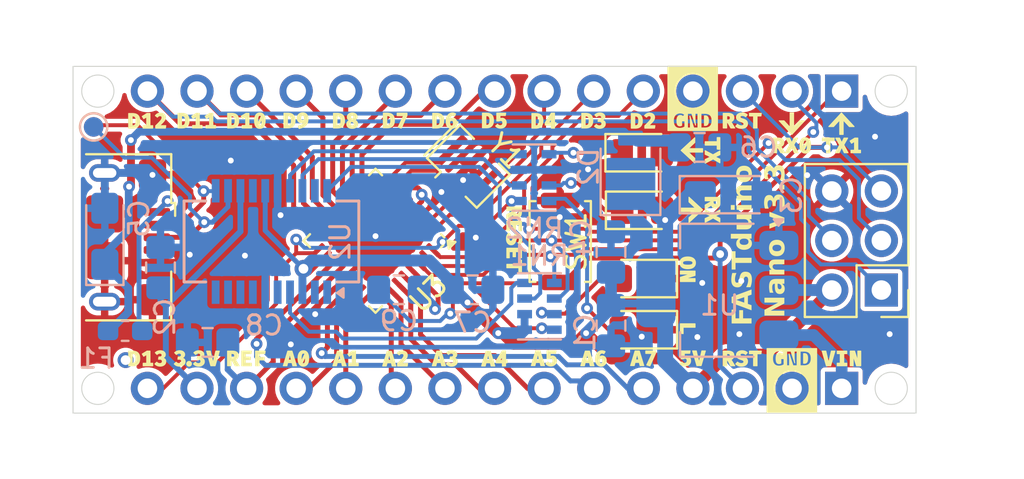
<source format=kicad_pcb>
(kicad_pcb (version 20241229) (generator "pcbnew") (generator_version "9.0")
  (layers (0 "F.Cu" signal) (2 "B.Cu" signal) (13 "F.Paste" user) (15 "B.Paste" user) (5 "F.SilkS" user "F.Silkscreen") (7 "B.SilkS" user "B.Silkscreen") (1 "F.Mask" user) (3 "B.Mask" user) (25 "Edge.Cuts" user))
  (net 0 "")
  (net 1 "/AREF")
  (net 2 "/RESET")
  (net 3 "/RX")
  (net 4 "+5V")
  (net 5 "VUSB")
  (net 6 "/TX")
  (net 7 "/D3")
  (net 8 "/D5")
  (net 9 "/D6")
  (net 10 "/D4")
  (net 11 "/D7")
  (net 12 "/A7")
  (net 13 "/D1{slash}TX")
  (net 14 "/D0{slash}RX")
  (net 15 "/A6")
  (net 16 "/D11{slash}MOSI")
  (net 17 "/A3")
  (net 18 "/A0")
  (net 19 "/A4")
  (net 20 "/D10")
  (net 21 "/D13{slash}SCK")
  (net 22 "/D8")
  (net 23 "/D12{slash}MISO")
  (net 24 "/D9")
  (net 25 "/A1")
  (net 26 "/A2")
  (net 27 "/D2")
  (net 28 "/A5")
  (net 29 "GND")
  (net 30 "+3.3V")
  (net 31 "Net-(D1-A)")
  (net 32 "Net-(D3-K)")
  (net 33 "Net-(D4-K)")
  (net 34 "Net-(J1-VBUS)")
  (net 36 "Net-(J1-D+)")
  (net 37 "Net-(RN2D-R4.1)")
  (net 38 "Net-(RN2B-R2.1)")
  (net 39 "VIN")
  (net 49 "Net-(U3-XTAL2{slash}PB7)")
  (net 50 "Net-(U3-XTAL1{slash}PB6)")
  (net 51 "Net-(U3-~{RESET}{slash}PC6)")
  (net 52 "Net-(J1-D-)")
  (net 53 "Net-(D5-A)")
  (footprint "LED_SMD:LED_0805_2012Metric_Pad1.15x1.40mm_HandSolder" (layer "F.Cu") (at 88.3 78.55)
    (property "Reference" "D4" (hide yes))
    (property "Value" "LED_Green_TX")
  )
  (footprint "LED_SMD:LED_0805_2012Metric_Pad1.15x1.40mm_HandSolder" (layer "F.Cu") (at 88.25 85 180)
    (property "Reference" "D1" (hide yes))
    (property "Value" "LED_Green_POW")
  )
  (footprint "Connector_PinHeader_2.54mm:PinHeader_2x03_P2.54mm_Vertical" (layer "F.Cu") (at 100.575 85.59 180)
    (property "Reference" "J4" (hide yes))
    (property "Value" "Conn_02x03_Odd_Even")
  )
  (footprint "Connector_PinSocket_2.54mm:PinSocket_1x15_P2.54mm_Vertical" (layer "F.Cu") (at 98.54 90.63 -90)
    (property "Reference" "J3" (hide yes))
    (property "Value" "Conn_01x15")
  )
  (footprint "Crystal:Resonator_SMD_Murata_CSTxExxV-3Pin_3.0x1.1mm" (layer "F.Cu") (at 79.423528 79.248528 -45)
    (property "Reference" "Y1")
    (property "Value" "16MHz")
  )
  (footprint "NanoV3.3:Silkscreen_Front" (layer "F.Cu") (at 80.75 83)
    (property "Reference" "Silkscreen_Front" (hide yes))
    (property "Value" "Silkscreen_Back" (hide yes))
  )
  (footprint "LED_SMD:LED_0805_2012Metric_Pad1.15x1.40mm_HandSolder" (layer "F.Cu") (at 88.25 87.625 180)
    (property "Reference" "D5" (hide yes))
    (property "Value" "LED_Orange_ONB")
  )
  (footprint "Button_Switch_SMD:SW_Push_SPST_NO_Alps_SKRK" (layer "F.Cu") (at 84.125 83.1 -90)
    (property "Reference" "SW1")
    (property "Value" "SW_Push")
  )
  (footprint "LED_SMD:LED_0805_2012Metric_Pad1.15x1.40mm_HandSolder" (layer "F.Cu") (at 88.325 81.5)
    (property "Reference" "D3" (hide yes))
    (property "Value" "LED_Red_RX")
  )
  (footprint "Connector_PinSocket_2.54mm:PinSocket_1x15_P2.54mm_Vertical" (layer "F.Cu") (at 98.54 75.39 -90)
    (property "Reference" "J2" (hide yes))
    (property "Value" "Conn_01x15")
  )
  (footprint "TestPoint:TestPoint_Pad_D1.0mm" (layer "F.Cu") (at 60.225 77.225)
    (property "Reference" "TP2" (hide yes))
    (property "Value" "D-")
  )
  (footprint "Connector_USB:USB_Micro-B_Amphenol_10118193-0001LF_Horizontal" (layer "F.Cu") (at 60.79 82.885 -90)
    (property "Reference" "J1" (hide yes))
    (property "Value" "USB_B_Micro")
  )
  (footprint "Package_DFN_QFN:QFN-32-1EP_5x5mm_P0.5mm_EP3.1x3.1mm" (layer "F.Cu") (at 74.664 83.0608 -135)
    (property "Reference" "U3")
    (property "Value" "ATmega328P-M")
  )
  (footprint "Capacitor_Tantalum_SMD:CP_EIA-3216-18_Kemet-A_HandSolder" (layer "B.Cu") (at 60.8 82.835 90)
    (property "Reference" "C5")
    (property "Value" "4.7u")
  )
  (footprint "Capacitor_SMD:C_0805_2012Metric_Pad1.18x1.45mm_HandSolder" (layer "B.Cu") (at 66.0625 88.275 180)
    (property "Reference" "C8")
    (property "Value" "100n")
  )
  (footprint "Capacitor_SMD:C_0805_2012Metric_Pad1.18x1.45mm_HandSolder" (layer "B.Cu") (at 79.6375 85.575)
    (property "Reference" "C7")
    (property "Value" "1u")
  )
  (footprint "Resistor_SMD:R_Cat16-4" (layer "B.Cu") (at 83.06 86.425 180)
    (property "Reference" "RN1")
    (property "Value" "1k")
  )
  (footprint "Fuse:Fuse_0603_1608Metric_Pad1.05x0.95mm_HandSolder" (layer "B.Cu") (at 61.84 87.685 180)
    (property "Reference" "F1")
    (property "Value" "PTC RESET FUSE")
  )
  (footprint "Capacitor_SMD:C_0805_2012Metric_Pad1.18x1.45mm_HandSolder" (layer "B.Cu") (at 75.8625 85.575 180)
    (property "Reference" "C9")
    (property "Value" "100n")
  )
  (footprint "Capacitor_SMD:C_0805_2012Metric_Pad1.18x1.45mm_HandSolder" (layer "B.Cu") (at 86.725 87.4125 -90)
    (property "Reference" "C1")
    (property "Value" "1u")
  )
  (footprint "Package_TO_SOT_SMD:SOT-223-3_TabPin2" (layer "B.Cu") (at 92.175 85.6 180)
    (property "Reference" "U1")
    (property "Value" "LM1117MP-5.0")
  )
  (footprint "Resistor_SMD:R_Cat16-4" (layer "B.Cu") (at 82.79 79.825)
    (property "Reference" "RN2")
    (property "Value" "1k")
  )
  (footprint "Diode_SMD:D_SMP_DO-220AA" (layer "B.Cu") (at 87.725 79.4515 90)
    (property "Reference" "D2")
    (property "Value" "SS1P3L")
  )
  (footprint "Capacitor_SMD:C_0805_2012Metric_Pad1.18x1.45mm_HandSolder" (layer "B.Cu") (at 63.65 84.4375 90)
    (property "Reference" "C2")
    (property "Value" "100n")
  )
  (footprint "TestPoint:TestPoint_Pad_D1.0mm" (layer "B.Cu") (at 60.225 77.225)
    (property "Reference" "TP1" (hide yes))
    (property "Value" "D+")
  )
  (footprint "Capacitor_SMD:C_0805_2012Metric_Pad1.18x1.45mm_HandSolder" (layer "B.Cu") (at 86.725 83.6375 90)
    (property "Reference" "C4")
    (property "Value" "1u")
  )
  (footprint "Capacitor_SMD:C_0805_2012Metric_Pad1.18x1.45mm_HandSolder" (layer "B.Cu") (at 91.2625 78.275)
    (property "Reference" "C6")
    (property "Value" "100n")
  )
  (footprint "Package_SO:SSOP-20_3.9x8.7mm_P0.635mm" (layer "B.Cu") (at 69.3325 83.1 90)
    (property "Reference" "U2")
    (property "Value" "FT231XS")
  )
  (footprint "Capacitor_Tantalum_SMD:CP_EIA-3216-18_Kemet-A_HandSolder" (layer "B.Cu") (at 92.74 80.7)
    (property "Reference" "C3")
    (property "Value" "4.7u")
  )
  (gr_circle (center 60.44 90.63) (end 61.2655 90.63) (stroke (width 0.05)) (fill no) (layer "Edge.Cuts"))
  (gr_line (start 102.35 91.9) (end 102.35 74.12) (stroke (width 0.05)) (layer "Edge.Cuts"))
  (gr_circle (center 60.44 75.39) (end 61.2655 75.39) (stroke (width 0.05)) (fill no) (layer "Edge.Cuts"))
  (gr_circle (center 101.08 90.63) (end 101.9055 90.63) (stroke (width 0.05)) (fill no) (layer "Edge.Cuts"))
  (gr_line (start 59.17 74.12) (end 59.17 91.9) (stroke (width 0.05)) (layer "Edge.Cuts"))
  (gr_circle (center 101.08 75.39) (end 101.9055 75.39) (stroke (width 0.05)) (fill no) (layer "Edge.Cuts"))
  (gr_line (start 59.17 91.9) (end 102.35 91.9) (stroke (width 0.05)) (layer "Edge.Cuts"))
  (gr_line (start 102.35 74.12) (end 59.17 74.12) (stroke (width 0.05)) (layer "Edge.Cuts"))
  (gr_text "FASTduino \nNano v3.3" (at 95.775 83.05 90) (layer "F.SilkS") (effects (font (size 1 1) (thickness 0.25) (bold yes)) (justify bottom)))
  (via (at 61.8624 89.1822) (size 0.8128) (drill 0.5) (layers "F.Cu" "B.Cu") (net 0))
  (segment (start 72.754812 84.616435) (end 69.425 87.946247) (width 0.254) (layer "F.Cu") (net 1))
  (segment (start 69.425 87.946247) (end 69.425 89.265) (width 0.254) (layer "F.Cu") (net 1))
  (segment (start 69.425 89.265) (end 68.06 90.63) (width 0.254) (layer "F.Cu") (net 1))
  (segment (start 67.1 88.275) (end 67.094 88.281) (width 0.3048) (layer "B.Cu") (net 1))
  (segment (start 67.094 88.281) (end 67.094 89.664) (width 0.3048) (layer "B.Cu") (net 1))
  (segment (start 67.094 89.664) (end 68.06 90.63) (width 0.3048) (layer "B.Cu") (net 1))
  (segment (start 81.7902 87.55) (end 79.4826 85.2424) (width 0.2) (layer "F.Cu") (net 2))
  (segment (start 78.493651 86.8) (end 78.625 86.668651) (width 0.2) (layer "F.Cu") (net 2))
  (segment (start 92.315707 83.747377) (end 92.113084 83.95) (width 0.25) (layer "F.Cu") (net 2))
  (segment (start 85.575 83.95) (end 84.2554 85.2696) (width 0.25) (layer "F.Cu") (net 2))
  (segment (start 78.625 86.668651) (end 78.625 85.725) (width 0.2) (layer "F.Cu") (net 2))
  (segment (start 92.315707 82.860277) (end 96.900984 78.275) (width 0.25) (layer "F.Cu") (net 2))
  (segment (start 92.315707 83.747377) (end 92.315707 82.860277) (width 0.25) (layer "F.Cu") (net 2))
  (segment (start 83.180002 87.55) (end 81.7902 87.55) (width 0.2) (layer "F.Cu") (net 2))
  (segment (start 84.0826 85.2424) (end 84.125 85.2) (width 0.2) (layer "F.Cu") (net 2))
  (segment (start 78.625 85.725) (end 79.1076 85.2424) (width 0.2) (layer "F.Cu") (net 2))
  (segment (start 79.4826 85.2424) (end 84.0826 85.2424) (width 0.2) (layer "F.Cu") (net 2))
  (segment (start 79.1076 85.2424) (end 79.4826 85.2424) (width 0.2) (layer "F.Cu") (net 2))
  (segment (start 92.113084 83.95) (end 85.575 83.95) (width 0.25) (layer "F.Cu") (net 2))
  (segment (start 96.900984 78.275) (end 97.788084 78.275) (width 0.25) (layer "F.Cu") (net 2))
  (via (at 92.315707 83.747377) (size 0.8) (drill 0.4) (layers "F.Cu" "B.Cu") (net 2))
  (via (at 97.788084 78.275) (size 0.6) (drill 0.3) (layers "F.Cu" "B.Cu") (net 2))
  (via (at 78.493651 86.8) (size 0.6) (drill 0.3) (layers "F.Cu" "B.Cu") (net 2))
  (via (at 83.180002 87.55) (size 0.6) (drill 0.3) (layers "F.Cu" "B.Cu") (net 2))
  (segment (start 97.788084 78.275) (end 96.345 78.275) (width 0.2) (layer "B.Cu") (net 2))
  (segment (start 76.425 87.175) (end 74.825 85.575) (width 0.2) (layer "B.Cu") (net 2))
  (segment (start 78.493651 86.8) (end 78.35 86.8) (width 0.2) (layer "B.Cu") (net 2))
  (segment (start 83.180002 87.55) (end 83.745 87.55) (width 0.2) (layer "B.Cu") (net 2))
  (segment (start 98.34 78.275) (end 100.575 80.51) (width 0.2) (layer "B.Cu") (net 2))
  (segment (start 92.315 83.748084) (end 92.315 89.485) (width 0.25) (layer "B.Cu") (net 2))
  (segment (start 96.345 78.275) (end 93.46 75.39) (width 0.2) (layer "B.Cu") (net 2))
  (segment (start 92.315 89.485) (end 93.46 90.63) (width 0.25) (layer "B.Cu") (net 2))
  (segment (start 92.315707 83.747377) (end 92.315 83.748084) (width 0.25) (layer "B.Cu") (net 2))
  (segment (start 97.788084 78.275) (end 98.34 78.275) (width 0.2) (layer "B.Cu") (net 2))
  (segment (start 78.35 86.8) (end 77.975 87.175) (width 0.2) (layer "B.Cu") (net 2))
  (segment (start 92.315707 83.747377) (end 92.315 83.74667) (width 0.25) (layer "B.Cu") (net 2))
  (segment (start 77.975 87.175) (end 76.425 87.175) (width 0.2) (layer "B.Cu") (net 2))
  (segment (start 83.745 87.55) (end 83.82 87.625) (width 0.2) (layer "B.Cu") (net 2))
  (segment (start 79.825 88.075) (end 73 88.075) (width 0.2) (layer "B.Cu") (net 3))
  (segment (start 72.65 87.725) (end 71.25 87.725) (width 0.2) (layer "B.Cu") (net 3))
  (segment (start 81.619 86.281) (end 79.825 88.075) (width 0.2) (layer "B.Cu") (net 3))
  (segment (start 81.619 85.481) (end 81.619 86.281) (width 0.2) (layer "B.Cu") (net 3))
  (segment (start 81.875 85.225) (end 81.619 85.481) (width 0.2) (layer "B.Cu") (net 3))
  (segment (start 73 88.075) (end 72.65 87.725) (width 0.2) (layer "B.Cu") (net 3))
  (segment (start 70.285 86.76) (end 70.285 85.7) (width 0.2) (layer "B.Cu") (net 3))
  (segment (start 82.3 85.225) (end 81.875 85.225) (width 0.2) (layer "B.Cu") (net 3))
  (segment (start 71.25 87.725) (end 70.285 86.76) (width 0.2) (layer "B.Cu") (net 3))
  (segment (start 76.926879 81.148121) (end 76.926879 81.151474) (width 0.254) (layer "F.Cu") (net 4))
  (segment (start 82.847216 88.35) (end 82.848216 88.351) (width 0.6) (layer "F.Cu") (net 4))
  (segment (start 85.45 87.8) (end 86.75 89.1) (width 0.6) (layer "F.Cu") (net 4))
  (segment (start 77.029778 80.698703) (end 77.029778 80.54602) (width 0.254) (layer "F.Cu") (net 4))
  (segment (start 77.029778 80.54602) (end 76.833758 80.35) (width 0.254) (layer "F.Cu") (net 4))
  (segment (start 76.833758 80.35) (end 76.31414 80.35) (width 0.254) (layer "F.Cu") (net 4))
  (segment (start 94.725 88.9) (end 92.65 88.9) (width 0.6096) (layer "F.Cu") (net 4))
  (segment (start 76.926879 81.151474) (end 76.573188 81.505165) (width 0.254) (layer "F.Cu") (net 4))
  (segment (start 86.75 89.1) (end 89.39 89.1) (width 0.6) (layer "F.Cu") (net 4))
  (segment (start 84.9 88.35) (end 85.45 87.8) (width 0.6) (layer "F.Cu") (net 4))
  (segment (start 82.848216 88.351) (end 83.511788 88.351) (width 0.6) (layer "F.Cu") (net 4))
  (segment (start 89.325 78.55) (end 89.325 81.475) (width 0.4) (layer "F.Cu") (net 4))
  (segment (start 92.65 88.9) (end 90.92 90.63) (width 0.6096) (layer "F.Cu") (net 4))
  (segment (start 89.5 81.65) (end 89.5 82) (width 0.2) (layer "F.Cu") (net 4))
  (segment (start 83.511788 88.351) (end 83.512788 88.35) (width 0.6) (layer "F.Cu") (net 4))
  (segment (start 80.949265 87.799265) (end 79.375 86.225) (width 0.6096) (layer "F.Cu") (net 4))
  (segment (start 76.31414 80.35) (end 75.866082 80.798058) (width 0.254) (layer "F.Cu") (net 4))
  (segment (start 89.39 89.1) (end 90.92 90.63) (width 0.6) (layer "F.Cu") (net 4))
  (segment (start 81.189523 87.799265) (end 81.740258 88.35) (width 0.6) (layer "F.Cu") (net 4))
  (segment (start 77.029778 80.698703) (end 77.029778 81.045222) (width 0.254) (layer "F.Cu") (net 4))
  (segment (start 98.035 85.59) (end 94.725 88.9) (width 0.6096) (layer "F.Cu") (net 4))
  (segment (start 80.949265 87.799265) (end 81.189523 87.799265) (width 0.6) (layer "F.Cu") (net 4))
  (segment (start 89.325 81.475) (end 89.5 81.65) (width 0.2) (layer "F.Cu") (net 4))
  (segment (start 81.740258 88.35) (end 82.847216 88.35) (width 0.6) (layer "F.Cu") (net 4))
  (segment (start 83.512788 88.35) (end 84.9 88.35) (width 0.6) (layer "F.Cu") (net 4))
  (segment (start 70.9725 84.4975) (end 71.175 84.7) (width 0.254) (layer "F.Cu") (net 4))
  (segment (start 71.175 84.7) (end 71.257033 84.7) (width 0.254) (layer "F.Cu") (net 4))
  (segment (start 71.257033 84.7) (end 72.047705 83.909328) (width 0.254) (layer "F.Cu") (net 4))
  (segment (start 77.029778 81.045222) (end 76.926879 81.148121) (width 0.254) (layer "F.Cu") (net 4))
  (via (at 89.5 82) (size 0.6) (drill 0.3) (layers "F.Cu" "B.Cu") (net 4))
  (via (at 85.45 87.8) (size 0.6) (drill 0.3) (layers "F.Cu" "B.Cu") (net 4))
  (via (at 79.375 86.225) (size 0.6) (drill 0.3) (layers "F.Cu" "B.Cu") (net 4))
  (via (at 77.029778 80.698703) (size 0.6) (drill 0.3) (layers "F.Cu" "B.Cu") (net 4))
  (via (at 80.949265 87.799265) (size 0.6) (drill 0.3) (layers "F.Cu" "B.Cu") (net 4))
  (via (at 70.9725 84.4975) (size 0.9064) (drill 0.5) (layers "F.Cu" "B.Cu") (net 4))
  (segment (start 89.5 82) (end 90.8 80.7) (width 0.8128) (layer "B.Cu") (net 4))
  (segment (start 86.775 86.325) (end 86.725 86.275) (width 0.4) (layer "B.Cu") (net 4))
  (segment (start 70.9725 84.4975) (end 69.015 82.54) (width 0.254) (layer "B.Cu") (net 4))
  (segment (start 80.949265 87.799265) (end 82.125735 87.799265) (width 0.6) (layer "B.Cu") (net 4))
  (segment (start 89.5 89.21) (end 90.92 90.63) (width 0.8128) (layer "B.Cu") (net 4))
  (segment (start 78.875 85.3) (end 78.6 85.575) (width 0.254) (layer "B.Cu") (net 4))
  (segment (start 90.8 80.7) (end 91.3 80.7) (width 0.8128) (layer "B.Cu") (net 4))
  (segment (start 89.625 86.325) (end 89.625 85.725) (width 0.8128) (layer "B.Cu") (net 4))
  (segment (start 88.2134 80.7494) (end 87.745 80.281) (width 0.8128) (layer "B.Cu") (net 4))
  (segment (start 78.725 85.375) (end 77.425 84.075) (width 0.6096) (layer "B.Cu") (net 4))
  (segment (start 95.335 85.59) (end 95.325 85.6) (width 0.6096) (layer "B.Cu") (net 4))
  (segment (start 82.125735 87.799265) (end 82.3 87.625) (width 0.6) (layer "B.Cu") (net 4))
  (segment (start 69.015 82.54) (end 69.015 80.5) (width 0.254) (layer "B.Cu") (net 4))
  (segment (start 88.35 86.275) (end 89.025 85.6) (width 0.4) (layer "B.Cu") (net 4))
  (segment (start 79.375 86.225) (end 78.725 85.575) (width 0.6096) (layer "B.Cu") (net 4))
  (segment (start 86.725 86.375) (end 86.725 84.675) (width 0.6) (layer "B.Cu") (net 4))
  (segment (start 89.5 85.6) (end 89.5 82.0345) (width 0.8128) (layer "B.Cu") (net 4))
  (segment (start 86.725 86.525) (end 86.725 86.375) (width 0.6) (layer "B.Cu") (net 4))
  (segment (start 89.625 85.725) (end 89.5 85.6) (width 0.8128) (layer "B.Cu") (net 4))
  (segment (start 71.395 84.075) (end 70.9725 84.4975) (width 0.6096) (layer "B.Cu") (net 4))
  (segment (start 85.45 87.8) (end 86.725 86.525) (width 0.6) (layer "B.Cu") (net 4))
  (segment (start 70.92 85.7) (end 70.92 84.55) (width 0.4) (layer "B.Cu") (net 4))
  (segment (start 77.425 84.075) (end 71.395 84.075) (width 0.6096) (layer "B.Cu") (net 4))
  (segment (start 70.92 84.55) (end 70.9725 84.4975) (width 0.4) (layer "B.Cu") (net 4))
  (segment (start 86.725 86.375) (end 86.725 86.275) (width 0.6) (layer "B.Cu") (net 4))
  (segment (start 78.725 85.575) (end 78.725 85.375) (width 0.6096) (layer "B.Cu") (net 4))
  (segment (start 89.5 86.55) (end 89.5 89.21) (width 0.8128) (layer "B.Cu") (net 4))
  (segment (start 82.3 87.625) (end 82.3 86.825) (width 0.4) (layer "B.Cu") (net 4))
  (segment (start 78.875 82.543925) (end 78.875 85.3) (width 0.254) (layer "B.Cu") (net 4))
  (segment (start 77.029778 80.698703) (end 78.875 82.543925) (width 0.254) (layer "B.Cu") (net 4))
  (segment (start 89.5 82.0345) (end 89.5 82) (width 0.8128) (layer "B.Cu") (net 4))
  (segment (start 89.625 86.425) (end 89.5 86.55) (width 0.8128) (layer "B.Cu") (net 4))
  (segment (start 89.5 82.0345) (end 87.745 80.2795) (width 0.8128) (layer "B.Cu") (net 4))
  (segment (start 89.625 86.325) (end 89.625 86.425) (width 0.8128) (layer "B.Cu") (net 4))
  (segment (start 86.725 86.275) (end 88.35 86.275) (width 0.4) (layer "B.Cu") (net 4))
  (segment (start 86.725 81.15) (end 87.725 80.15) (width 0.4) (layer "B.Cu") (net 4))
  (segment (start 98.035 85.59) (end 95.335 85.59) (width 0.6096) (layer "B.Cu") (net 4))
  (segment (start 62.15 77.9164) (end 62.1336 77.9) (width 0.4) (layer "F.Cu") (net 5))
  (segment (start 62.139 77.9054) (end 62.1336 77.9) (width 0.4) (layer "F.Cu") (net 5))
  (segment (start 62.1336 77.8914) (end 62.1336 77.9) (width 0.4) (layer "F.Cu") (net 5))
  (segment (start 62.04021 80.285) (end 62.139 80.18621) (width 0.4) (layer "F.Cu") (net 5))
  (segment (start 62.139 80.18621) (end 62.139 77.9054) (width 0.4) (layer "F.Cu") (net 5))
  (via (at 62.1336 77.9) (size 0.6) (drill 0.3) (layers "F.Cu" "B.Cu") (net 5))
  (via (at 62.04021 80.285) (size 0.6) (drill 0.3) (layers "F.Cu" "B.Cu") (net 5))
  (segment (start 60.8 83.725) (end 60.8 84.275) (width 0.4) (layer "B.Cu") (net 5))
  (segment (start 61.04 87.685) (end 62 86.725) (width 0.4) (layer "B.Cu") (net 5))
  (segment (start 87.396 77.47) (end 87.725 77.799) (width 0.4) (layer "B.Cu") (net 5))
  (segment (start 62 86.725) (end 62 85.492) (width 0.4) (layer "B.Cu") (net 5))
  (segment (start 62 85.492) (end 60.8 84.292) (width 0.4) (layer "B.Cu") (net 5))
  (segment (start 62.1336 77.8914) (end 62.555 77.47) (width 0.4) (layer "B.Cu") (net 5))
  (segment (start 60.8 84.292) (end 60.8 84.275) (width 0.4) (layer "B.Cu") (net 5))
  (segment (start 62.024 82.501) (end 60.8 83.725) (width 0.4) (layer "B.Cu") (net 5))
  (segment (start 62.024 80.30121) (end 62.024 82.501) (width 0.4) (layer "B.Cu") (net 5))
  (segment (start 90.225 78.275) (end 89.881 77.931) (width 0.6096) (layer "B.Cu") (net 5))
  (segment (start 89.881 77.931) (end 88.0835 77.931) (width 0.6096) (layer "B.Cu") (net 5))
  (segment (start 62.555 77.47) (end 87.396 77.47) (width 0.4) (layer "B.Cu") (net 5))
  (segment (start 62.04021 80.285) (end 62.024 80.30121) (width 0.4) (layer "B.Cu") (net 5))
  (segment (start 81.02918 80.32918) (end 79.977 79.277) (width 0.2) (layer "B.Cu") (net 6))
  (segment (start 81.02918 81.79628) (end 81.02918 80.32918) (width 0.2) (layer "B.Cu") (net 6))
  (segment (start 82.770254 84.470254) (end 82.770254 83.537354) (width 0.2) (layer "B.Cu") (net 6))
  (segment (start 82.825 86.025) (end 83.1 85.75) (width 0.2) (layer "B.Cu") (net 6))
  (segment (start 79.977 79.277) (end 73.413 79.277) (width 0.2) (layer "B.Cu") (net 6))
  (segment (start 83.1 85.75) (end 83.1 84.8) (width 0.2) (layer "B.Cu") (net 6))
  (segment (start 82.770254 83.537354) (end 81.02918 81.79628) (width 0.2) (layer "B.Cu") (net 6))
  (segment (start 83.1 84.8) (end 82.770254 84.470254) (width 0.2) (layer "B.Cu") (net 6))
  (segment (start 82.3 86.025) (end 82.825 86.025) (width 0.2) (layer "B.Cu") (net 6))
  (segment (start 73.413 79.277) (end 72.19 80.5) (width 0.2) (layer "B.Cu") (net 6))
  (segment (start 78.469673 81.73) (end 80.038468 81.73) (width 0.2) (layer "F.Cu") (net 7))
  (segment (start 77.633848 82.565825) (end 78.469673 81.73) (width 0.2) (layer "F.Cu") (net 7))
  (segment (start 83.155 78.613467) (end 83.155 78.07189) (width 0.2) (layer "F.Cu") (net 7))
  (segment (start 83.155 78.07189) (end 83.17189 78.055) (width 0.2) (layer "F.Cu") (net 7))
  (segment (start 83.17189 78.055) (end 83.175 78.055) (width 0.2) (layer "F.Cu") (net 7))
  (segment (start 80.038468 81.73) (end 83.155 78.613467) (width 0.2) (layer "F.Cu") (net 7))
  (segment (start 83.175 78.055) (end 85.84 75.39) (width 0.2) (layer "F.Cu") (net 7))
  (segment (start 73.97 79.891927) (end 73.97 78.6494) (width 0.254) (layer "F.Cu") (net 8))
  (segment (start 75.5276 77.0918) (end 75.52808 77.09228) (width 0.254) (layer "F.Cu") (net 8))
  (segment (start 75.52808 77.09228) (end 78.49892 77.09228) (width 0.254) (layer "F.Cu") (net 8))
  (segment (start 78.49892 77.09228) (end 80.2012 75.39) (width 0.254) (layer "F.Cu") (net 8))
  (segment (start 74.169025 80.090952) (end 73.97 79.891927) (width 0.254) (layer "F.Cu") (net 8))
  (segment (start 73.97 78.6494) (end 75.5276 77.0918) (width 0.254) (layer "F.Cu") (net 8))
  (segment (start 80.2012 75.39) (end 80.76 75.39) (width 0.254) (layer "F.Cu") (net 8))
  (segment (start 73.47 78.489) (end 75.3244 76.6346) (width 0.254) (layer "F.Cu") (net 9))
  (segment (start 75.3244 76.6346) (end 76.9754 76.6346) (width 0.254) (layer "F.Cu") (net 9))
  (segment (start 76.9754 76.6346) (end 78.22 75.39) (width 0.254) (layer "F.Cu") (net 9))
  (segment (start 73.47 80.099033) (end 73.47 78.489) (width 0.254) (layer "F.Cu") (net 9))
  (segment (start 73.815472 80.444505) (end 73.47 80.099033) (width 0.254) (layer "F.Cu") (net 9))
  (segment (start 83.3 77.283422) (end 82.7 77.883422) (width 0.2) (layer "F.Cu") (net 10))
  (segment (start 79.85 81.275) (end 78.217567 81.275) (width 0.2) (layer "F.Cu") (net 10))
  (segment (start 82.7 78.425) (end 79.85 81.275) (width 0.2) (layer "F.Cu") (net 10))
  (segment (start 78.217567 81.275) (end 77.280295 82.212272) (width 0.2) (layer "F.Cu") (net 10))
  (segment (start 82.7 77.883422) (end 82.7 78.425) (width 0.2) (layer "F.Cu") (net 10))
  (segment (start 83.3 75.39) (end 83.3 77.283422) (width 0.2) (layer "F.Cu") (net 10))
  (segment (start 72.97 78.3) (end 75.68 75.59) (width 0.254) (layer "F.Cu") (net 11))
  (segment (start 73.461918 80.798058) (end 72.97 80.30614) (width 0.254) (layer "F.Cu") (net 11))
  (segment (start 72.97 80.30614) (end 72.97 78.3) (width 0.254) (layer "F.Cu") (net 11))
  (segment (start 75.68 75.39) (end 75.68 75.59) (width 0.254) (layer "F.Cu") (net 11))
  (segment (start 72.2 88.529644) (end 72.2 86.58546) (width 0.254) (layer "F.Cu") (net 12))
  (segment (start 73.470757 85.314703) (end 73.461918 85.323542) (width 0.254) (layer "F.Cu") (net 12))
  (segment (start 72.2 86.58546) (end 73.470757 85.314703) (width 0.254) (layer "F.Cu") (net 12))
  (segment (start 71.906644 88.823) (end 72.2 88.529644) (width 0.254) (layer "F.Cu") (net 12))
  (via (at 71.906644 88.823) (size 0.6) (drill 0.3) (layers "F.Cu" "B.Cu") (net 12))
  (segment (start 71.906644 88.823) (end 71.906644 88.830644) (width 0.254) (layer "B.Cu") (net 12))
  (segment (start 84.038468 88.995) (end 84.468468 89.425) (width 0.254) (layer "B.Cu") (net 12))
  (segment (start 84.468468 89.425) (end 86.375 89.425) (width 0.254) (layer "B.Cu") (net 12))
  (segment (start 72.071 88.995) (end 84.038468 88.995) (width 0.254) (layer "B.Cu") (net 12))
  (segment (start 87.58 90.63) (end 88.38 90.63) (width 0.254) (layer "B.Cu") (net 12))
  (segment (start 71.906644 88.830644) (end 72.071 88.995) (width 0.254) (layer "B.Cu") (net 12))
  (segment (start 86.375 89.425) (end 87.58 90.63) (width 0.254) (layer "B.Cu") (net 12))
  (segment (start 83.675 83.05) (end 83.67692 83.04808) (width 0.2) (layer "F.Cu") (net 13))
  (segment (start 83.67692 83.04808) (end 85.192813 83.04808) (width 0.2) (layer "F.Cu") (net 13))
  (segment (start 85.198894 83.042) (end 90.683 83.042) (width 0.2) (layer "F.Cu") (net 13))
  (segment (start 79.9928 84.3572) (end 77.728161 84.3572) (width 0.2) (layer "F.Cu") (net 13))
  (segment (start 81.30192 83.04808) (end 79.9928 84.3572) (width 0.2) (layer "F.Cu") (net 13))
  (segment (start 85.192813 83.04808) (end 85.198894 83.042) (width 0.2) (layer "F.Cu") (net 13))
  (segment (start 83.67308 83.04808) (end 81.30192 83.04808) (width 0.2) (layer "F.Cu") (net 13))
  (segment (start 90.683 83.042) (end 98.335 75.39) (width 0.2) (layer "F.Cu") (net 13))
  (segment (start 98.335 75.39) (end 98.54 75.39) (width 0.2) (layer "F.Cu") (net 13))
  (segment (start 77.728161 84.3572) (end 77.280293 83.909332) (width 0.2) (layer "F.Cu") (net 13))
  (segment (start 83.675 83.05) (end 83.67308 83.04808) (width 0.2) (layer "F.Cu") (net 13))
  (via (at 83.675 83.05) (size 0.6) (drill 0.3) (layers "F.Cu" "B.Cu") (net 13))
  (segment (start 83.675 83.05) (end 84.5 83.875) (width 0.2) (layer "B.Cu") (net 13))
  (segment (start 84.05 86.025) (end 83.82 86.025) (width 0.2) (layer "B.Cu") (net 13))
  (segment (start 84.5 83.875) (end 84.5 85.575) (width 0.2) (layer "B.Cu") (net 13))
  (segment (start 84.5 85.575) (end 84.05 86.025) (width 0.2) (layer "B.Cu") (net 13))
  (segment (start 77.47826 84.8144) (end 76.926742 84.262882) (width 0.2) (layer "F.Cu") (net 14))
  (segment (start 91.07653 83.497) (end 85.387361 83.497) (width 0.2) (layer "F.Cu") (net 14))
  (segment (start 83.605572 83.861312) (end 83.52926 83.785) (width 0.2) (layer "F.Cu") (net 14))
  (segment (start 97.086765 77.486765) (end 91.07653 83.497) (width 0.2) (layer "F.Cu") (net 14))
  (segment (start 83.52926 83.785) (end 81.211578 83.785) (width 0.2) (layer "F.Cu") (net 14))
  (segment (start 83.702297 83.785) (end 83.625985 83.861312) (width 0.2) (layer "F.Cu") (net 14))
  (segment (start 81.211578 83.785) (end 80.182178 84.8144) (width 0.2) (layer "F.Cu") (net 14))
  (segment (start 85.099362 83.785) (end 83.702297 83.785) (width 0.2) (layer "F.Cu") (net 14))
  (segment (start 85.387361 83.497) (end 85.099362 83.785) (width 0.2) (layer "F.Cu") (net 14))
  (segment (start 80.182178 84.8144) (end 77.47826 84.8144) (width 0.2) (layer "F.Cu") (net 14))
  (segment (start 83.625985 83.861312) (end 83.605572 83.861312) (width 0.2) (layer "F.Cu") (net 14))
  (via (at 97.086765 77.486765) (size 0.6) (drill 0.3) (layers "F.Cu" "B.Cu") (net 14))
  (via (at 83.625985 83.861312) (size 0.6) (drill 0.3) (layers "F.Cu" "B.Cu") (net 14))
  (segment (start 83.625985 83.970985) (end 83.82 84.165) (width 0.2) (layer "B.Cu") (net 14))
  (segment (start 83.82 84.165) (end 83.82 85.225) (width 0.2) (layer "B.Cu") (net 14))
  (segment (start 97.245856 77.327674) (end 97.245856 77.016856) (width 0.2) (layer "B.Cu") (net 14))
  (segment (start 96 75.771) (end 96 75.39) (width 0.2) (layer "B.Cu") (net 14))
  (segment (start 83.625985 83.861312) (end 83.625985 83.970985) (width 0.2) (layer "B.Cu") (net 14))
  (segment (start 97.086765 77.486765) (end 97.245856 77.327674) (width 0.2) (layer "B.Cu") (net 14))
  (segment (start 97.245856 77.016856) (end 96 75.771) (width 0.2) (layer "B.Cu") (net 14))
  (segment (start 68.572001 88.297001) (end 68.572001 88.092139) (width 0.254) (layer "F.Cu") (net 15))
  (segment (start 68.572001 88.092139) (end 72.401258 84.262882) (width 0.254) (layer "F.Cu") (net 15))
  (via (at 68.572001 88.35) (size 0.6) (drill 0.3) (layers "F.Cu" "B.Cu") (net 15))
  (segment (start 84.649 90.249) (end 85.459 90.249) (width 0.254) (layer "B.Cu") (net 15))
  (segment (start 83.85 89.45) (end 84.649 90.249) (width 0.254) (layer "B.Cu") (net 15))
  (segment (start 85.459 90.249) (end 85.84 90.63) (width 0.254) (layer "B.Cu") (net 15))
  (segment (start 69.025 89.45) (end 83.85 89.45) (width 0.254) (layer "B.Cu") (net 15))
  (segment (start 68.572001 88.297001) (end 68.572001 88.35) (width 0.254) (layer "B.Cu") (net 15))
  (segment (start 68.572001 88.997001) (end 69.025 89.45) (width 0.254) (layer "B.Cu") (net 15))
  (segment (start 68.572001 88.35) (end 68.572001 88.997001) (width 0.254) (layer "B.Cu") (net 15))
  (segment (start 65.52 75.39) (end 66.73968 76.60968) (width 0.254) (layer "F.Cu") (net 16))
  (segment (start 68.61832 76.60968) (end 68.6188 76.6092) (width 0.254) (layer "F.Cu") (net 16))
  (segment (start 66.73968 76.60968) (end 68.61832 76.60968) (width 0.254) (layer "F.Cu") (net 16))
  (segment (start 72.047705 82.212272) (end 70.97 81.134567) (width 0.254) (layer "F.Cu") (net 16))
  (segment (start 70.97 78.9604) (end 68.6188 76.6092) (width 0.254) (layer "F.Cu") (net 16))
  (segment (start 70.97 81.134567) (end 70.97 78.9604) (width 0.254) (layer "F.Cu") (net 16))
  (segment (start 98.035 82.96) (end 98.035 83.05) (width 0.2) (layer "B.Cu") (net 16))
  (segment (start 94.196885 77.371885) (end 94.196885 78.322013) (width 0.2) (layer "B.Cu") (net 16))
  (segment (start 96.857 80.982128) (end 96.857 81.782) (width 0.2) (layer "B.Cu") (net 16))
  (segment (start 66.671 76.541) (end 93.366 76.541) (width 0.2) (layer "B.Cu") (net 16))
  (segment (start 94.196885 78.322013) (end 96.857 80.982128) (width 0.2) (layer "B.Cu") (net 16))
  (segment (start 65.52 75.39) (end 66.671 76.541) (width 0.2) (layer "B.Cu") (net 16))
  (segment (start 93.366 76.541) (end 94.196885 77.371885) (width 0.2) (layer "B.Cu") (net 16))
  (segment (start 96.857 81.782) (end 98.035 82.96) (width 0.2) (layer "B.Cu") (net 16))
  (segment (start 75.512528 85.677095) (end 75.97 86.134567) (width 0.254) (layer "F.Cu") (net 17))
  (segment (start 75.97 86.134567) (end 75.97 88.38) (width 0.254) (layer "F.Cu") (net 17))
  (segment (start 75.97 88.38) (end 78.22 90.63) (width 0.254) (layer "F.Cu") (net 17))
  (segment (start 71.245 90.63) (end 72.67 89.205) (width 0.254) (layer "F.Cu") (net 18))
  (segment (start 72.67 86.822567) (end 73.815472 85.677095) (width 0.254) (layer "F.Cu") (net 18))
  (segment (start 72.67 89.205) (end 72.67 86.822567) (width 0.254) (layer "F.Cu") (net 18))
  (segment (start 70.6 90.63) (end 71.245 90.63) (width 0.254) (layer "F.Cu") (net 18))
  (segment (start 77.795 89.425) (end 78.775 89.425) (width 0.254) (layer "F.Cu") (net 19))
  (segment (start 75.866082 85.323542) (end 76.47 85.92746) (width 0.254) (layer "F.Cu") (net 19))
  (segment (start 79.98 90.63) (end 80.76 90.63) (width 0.254) (layer "F.Cu") (net 19))
  (segment (start 78.775 89.425) (end 79.98 90.63) (width 0.254) (layer "F.Cu") (net 19))
  (segment (start 76.47 85.92746) (end 76.47 88.1) (width 0.254) (layer "F.Cu") (net 19))
  (segment (start 76.47 88.1) (end 77.795 89.425) (width 0.254) (layer "F.Cu") (net 19))
  (segment (start 71.42672 80.88418) (end 71.42672 78.75672) (width 0.254) (layer "F.Cu") (net 20))
  (segment (start 72.401258 81.858718) (end 71.42672 80.88418) (width 0.254) (layer "F.Cu") (net 20))
  (segment (start 71.42672 78.75672) (end 68.06 75.39) (width 0.254) (layer "F.Cu") (net 20))
  (segment (start 85.396785 82.446785) (end 85.55 82.6) (width 0.2) (layer "F.Cu") (net 21))
  (segment (start 84.348943 82.451) (end 84.353158 82.446785) (width 0.2) (layer "F.Cu") (net 21))
  (segment (start 81.625 81.025) (end 80.35 82.3) (width 0.2) (layer "F.Cu") (net 21))
  (segment (start 85.55 82.6) (end 90.25 82.6) (width 0.2) (layer "F.Cu") (net 21))
  (segment (start 90.25 82.6) (end 94.797885 78.052115) (width 0.2) (layer "F.Cu") (net 21))
  (segment (start 83.851057 82.451) (end 84.348943 82.451) (width 0.2) (layer "F.Cu") (net 21))
  (segment (start 63.79 90.63) (end 65.12 89.3) (width 0.2) (layer "F.Cu") (net 21))
  (segment (start 80.35 82.3) (end 78.925 82.3) (width 0.2) (layer "F.Cu") (net 21))
  (segment (start 69.575 84.725) (end 70.6 83.7) (width 0.2) (layer "F.Cu") (net 21))
  (segment (start 83.846842 82.446785) (end 83.851057 82.451) (width 0.2) (layer "F.Cu") (net 21))
  (segment (start 70.6 83.7) (end 71.549927 83.7) (width 0.2) (layer "F.Cu") (net 21))
  (segment (start 69.575 86.295) (end 69.575 84.725) (width 0.2) (layer "F.Cu") (net 21))
  (segment (start 66.57 89.3) (end 69.575 86.295) (width 0.2) (layer "F.Cu") (net 21))
  (segment (start 65.12 89.3) (end 66.57 89.3) (width 0.2) (layer "F.Cu") (net 21))
  (segment (start 84.353158 82.446785) (end 85.396785 82.446785) (width 0.2) (layer "F.Cu") (net 21))
  (segment (start 78.925 82.3) (end 78.100735 83.124265) (width 0.2) (layer "F.Cu") (net 21))
  (segment (start 71.549927 83.7) (end 71.694152 83.555775) (width 0.2) (layer "F.Cu") (net 21))
  (segment (start 71.70299 83.546936) (end 71.671936 83.546936) (width 0.2) (layer "F.Cu") (net 21))
  (segment (start 70.6 83.7) (end 70.6 83) (width 0.2) (layer "F.Cu") (net 21))
  (segment (start 62.98 90.63) (end 63.79 90.63) (width 0.2) (layer "F.Cu") (net 21))
  (segment (start 82.528215 82.446785) (end 83.846842 82.446785) (width 0.2) (layer "F.Cu") (net 21))
  (segment (start 81.63018 81.025) (end 81.625 81.025) (width 0.2) (layer "F.Cu") (net 21))
  (via (at 70.6 83) (size 0.6) (drill 0.3) (layers "F.Cu" "B.Cu") (net 21))
  (via (at 94.797885 78.052115) (size 0.6) (drill 0.3) (layers "F.Cu" "B.Cu") (net 21))
  (via (at 78.100735 83.124265) (size 0.6) (drill 0.3) (layers "F.Cu" "B.Cu") (net 21))
  (via (at 82.528215 82.446785) (size 0.6) (drill 0.3) (layers "F.Cu" "B.Cu") (net 21))
  (via (at 81.63018 81.025) (size 0.6) (drill 0.3) (layers "F.Cu" "B.Cu") (net 21))
  (segment (start 95.67077 78.925) (end 98.4229 78.925) (width 0.2) (layer "B.Cu") (net 21))
  (segment (start 82.528215 82.446785) (end 82.28143 82.2) (width 0.2) (layer "B.Cu") (net 21))
  (segment (start 81.63018 81.025) (end 82.03 81.025) (width 0.2) (layer "B.Cu") (net 21))
  (segment (start 94.797885 78.052115) (end 95.67077 78.925) (width 0.2) (layer "B.Cu") (net 21))
  (segment (start 81.63018 81.83018) (end 81.63018 81.025) (width 0.2) (layer "B.Cu") (net 21))
  (segment (start 78.100735 83.124265) (end 77.8 83.425) (width 0.2) (layer "B.Cu") (net 21))
  (segment (start 99.424 79.9261) (end 99.424 81.899) (width 0.2) (layer "B.Cu") (net 21))
  (segment (start 71.025 83.425) (end 70.6 83) (width 0.2) (layer "B.Cu") (net 21))
  (segment (start 77.8 83.425) (end 71.025 83.425) (width 0.2) (layer "B.Cu") (net 21))
  (segment (start 82 82.2) (end 81.63018 81.83018) (width 0.2) (layer "B.Cu") (net 21))
  (segment (start 99.424 81.899) (end 100.575 83.05) (width 0.2) (layer "B.Cu") (net 21))
  (segment (start 98.4229 78.925) (end 99.424 79.9261) (width 0.2) (layer "B.Cu") (net 21))
  (segment (start 82.28143 82.2) (end 82 82.2) (width 0.2) (layer "B.Cu") (net 21))
  (segment (start 72.47 80.513247) (end 72.47 78.1) (width 0.254) (layer "F.Cu") (net 22))
  (segment (start 73.14 75.39) (end 73.14 77.43) (width 0.254) (layer "F.Cu") (net 22))
  (segment (start 73.14 77.43) (end 72.47 78.1) (width 0.254) (layer "F.Cu") (net 22))
  (segment (start 73.108365 81.151612) (end 72.47 80.513247) (width 0.254) (layer "F.Cu") (net 22))
  (segment (start 71.694152 82.565825) (end 70.47 81.341673) (width 0.254) (layer "F.Cu") (net 23))
  (segment (start 62.98 75.39) (end 64.6564 77.0664) (width 0.254) (layer "F.Cu") (net 23))
  (segment (start 70.47 81.341673) (end 70.47 79.197) (width 0.254) (layer "F.Cu") (net 23))
  (segment (start 68.3394 77.0664) (end 64.6564 77.0664) (width 0.254) (layer "F.Cu") (net 23))
  (segment (start 70.47 79.197) (end 68.3394 77.0664) (width 0.254) (layer "F.Cu") (net 23))
  (segment (start 93.768885 78.461113) (end 96.456 81.148228) (width 0.2) (layer "B.Cu") (net 23))
  (segment (start 66.2629 76.7) (end 66.5049 76.942) (width 0.2) (layer "B.Cu") (net 23))
  (segment (start 64.29 76.7) (end 66.2629 76.7) (width 0.2) (layer "B.Cu") (net 23))
  (segment (start 96.825 82.3171) (end 96.825 83.625) (width 0.2) (layer "B.Cu") (net 23))
  (segment (start 62.98 75.39) (end 64.29 76.7) (width 0.2) (layer "B.Cu") (net 23))
  (segment (start 93.161716 76.942) (end 93.768885 77.549169) (width 0.2) (layer "B.Cu") (net 23))
  (segment (start 99.26 84.275) (end 100.575 85.59) (width 0.2) (layer "B.Cu") (net 23))
  (segment (start 66.5049 76.942) (end 93.161716 76.942) (width 0.2) (layer "B.Cu") (net 23))
  (segment (start 96.456 81.9481) (end 96.825 82.3171) (width 0.2) (layer "B.Cu") (net 23))
  (segment (start 93.768885 77.549169) (end 93.768885 78.461113) (width 0.2) (layer "B.Cu") (net 23))
  (segment (start 96.825 83.625) (end 97.475 84.275) (width 0.2) (layer "B.Cu") (net 23))
  (segment (start 97.475 84.275) (end 99.26 84.275) (width 0.2) (layer "B.Cu") (net 23))
  (segment (start 96.456 81.148228) (end 96.456 81.9481) (width 0.2) (layer "B.Cu") (net 23))
  (segment (start 71.97 80.720353) (end 71.97 76.76) (width 0.254) (layer "F.Cu") (net 24))
  (segment (start 72.754812 81.505165) (end 71.97 80.720353) (width 0.254) (layer "F.Cu") (net 24))
  (segment (start 71.97 76.76) (end 70.6 75.39) (width 0.254) (layer "F.Cu") (net 24))
  (segment (start 73.14 90.63) (end 73.14 87.059675) (width 0.254) (layer "F.Cu") (net 25))
  (segment (start 73.14 87.059675) (end 74.169025 86.03065) (width 0.254) (layer "F.Cu") (net 25))
  (segment (start 75.469993 90.419993) (end 75.469993 86.341666) (width 0.254) (layer "F.Cu") (net 26))
  (segment (start 75.68 90.63) (end 75.469993 90.419993) (width 0.254) (layer "F.Cu") (net 26))
  (segment (start 75.469993 86.341666) (end 75.158975 86.030648) (width 0.254) (layer "F.Cu") (net 26))
  (segment (start 83.725 78.2416) (end 85.3066 76.66) (width 0.2) (layer "F.Cu") (net 27))
  (segment (start 83.725 78.7) (end 83.725 78.2416) (width 0.2) (layer "F.Cu") (net 27))
  (segment (start 82.275 81.425) (end 82.275 80.15) (width 0.2) (layer "F.Cu") (net 27))
  (segment (start 77.633848 83.555775) (end 77.978073 83.9) (width 0.2) (layer "F.Cu") (net 27))
  (segment (start 87.11 76.66) (end 88.38 75.39) (width 0.2) (layer "F.Cu") (net 27))
  (segment (start 79.8 83.9) (end 82.275 81.425) (width 0.2) (layer "F.Cu") (net 27))
  (segment (start 82.275 80.15) (end 83.725 78.7) (width 0.2) (layer "F.Cu") (net 27))
  (segment (start 77.978073 83.9) (end 79.8 83.9) (width 0.2) (layer "F.Cu") (net 27))
  (segment (start 85.3066 76.66) (end 87.11 76.66) (width 0.2) (layer "F.Cu") (net 27))
  (segment (start 76.97 87.87) (end 78.05 88.95) (width 0.254) (layer "F.Cu") (net 28))
  (segment (start 76.97 85.720353) (end 76.97 87.87) (width 0.254) (layer "F.Cu") (net 28))
  (segment (start 78.05 88.95) (end 80.775 88.95) (width 0.254) (layer "F.Cu") (net 28))
  (segment (start 82.455 90.63) (end 83.3 90.63) (width 0.254) (layer "F.Cu") (net 28))
  (segment (start 80.775 88.95) (end 82.455 90.63) (width 0.254) (layer "F.Cu") (net 28))
  (segment (start 76.219635 84.969988) (end 76.97 85.720353) (width 0.254) (layer "F.Cu") (net 28))
  (segment (start 67.975 83.825) (end 67.925 83.775) (width 0.2) (layer "F.Cu") (net 29))
  (segment (start 76.219635 81.151612) (end 74.664 82.707247) (width 0.254) (layer "F.Cu") (net 29))
  (segment (start 74.664 83.414353) (end 74.664 83.0608) (width 0.254) (layer "F.Cu") (net 29))
  (segment (start 74.664 82.707247) (end 74.664 82.825) (width 0.254) (layer "F.Cu") (net 29))
  (segment (start 74.664 82.825) (end 74.664 83.0608) (width 0.254) (layer "F.Cu") (net 29))
  (segment (start 75.72466 83.0608) (end 74.664 83.0608) (width 0.254) (layer "F.Cu") (net 29))
  (segment (start 73.108365 84.969988) (end 74.664 83.414353) (width 0.254) (layer "F.Cu") (net 29))
  (segment (start 76.926742 81.858718) (end 75.72466 83.0608) (width 0.254) (layer "F.Cu") (net 29))
  (via (at 93.4 85.125) (size 0.6) (drill 0.3) (layers "F.Cu" "B.Cu") (net 29))
  (via (at 79.15 79.95) (size 0.6) (drill 0.3) (layers "F.Cu" "B.Cu") (net 29))
  (via (at 100.25 77.725) (size 0.6) (drill 0.3) (layers "F.Cu" "B.Cu") (net 29))
  (via (at 67.25 78.95) (size 0.6) (drill 0.3) (layers "F.Cu" "B.Cu") (net 29))
  (via (at 91.4 85.225) (size 0.6) (drill 0.3) (layers "F.Cu" "B.Cu") (net 29))
  (via (at 79.8 82.9) (size 0.6) (drill 0.3) (layers "F.Cu" "B.Cu") (net 29))
  (via (at 67.975 83.825) (size 0.6) (drill 0.3) (layers "F.Cu" "B.Cu") (net 29))
  (via (at 71.573 86.826577) (size 0.6) (drill 0.3) (layers "F.Cu" "B.Cu") (net 29))
  (via (at 101 87.85) (size 0.6) (drill 0.3) (layers "F.Cu" "B.Cu") (net 29))
  (via (at 84.1 81.85) (size 0.6) (drill 0.3) (layers "F.Cu" "B.Cu") (net 29))
  (via (at 63.24 79.685) (size 0.6) (drill 0.3) (layers "F.Cu" "B.Cu") (net 29))
  (via (at 74.664 82.825) (size 0.6) (drill 0.3) (layers "F.Cu" "B.Cu") (net 29))
  (via (at 88.299999 87.979566) (size 0.6) (drill 0.3) (layers "F.Cu" "B.Cu") (net 29))
  (via (at 65.15 83.775) (size 0.6) (drill 0.3) (layers "F.Cu" "B.Cu") (net 29))
  (via (at 69.8 81.75) (size 0.6) (drill 0.3) (layers "F.Cu" "B.Cu") (net 29))
  (via (at 91.15 88) (size 0.6) (drill 0.3) (layers "F.Cu" "B.Cu") (net 29))
  (via (at 85.55 79.4) (size 0.6) (drill 0.3) (layers "F.Cu" "B.Cu") (net 29))
  (via (at 70.325 88.375) (size 0.6) (drill 0.3) (layers "F.Cu" "B.Cu") (net 29))
  (via (at 78.038235 80.561765) (size 0.6) (drill 0.3) (layers "F.Cu" "B.Cu") (net 29))
  (via (at 96.775 79.7) (size 0.6) (drill 0.3) (layers "F.Cu" "B.Cu") (net 29))
  (via (at 93.3 87.85) (size 0.6) (drill 0.3) (layers "F.Cu" "B.Cu") (net 29))
  (segment (start 85.55 79.4) (end 85.525 79.425) (width 0.2) (layer "B.Cu") (net 29))
  (segment (start 63.14 79.585) (end 63.24 79.685) (width 0.4) (layer "B.Cu") (net 29))
  (segment (start 85.525 81.4) (end 86.725 82.6) (width 0.2) (layer "B.Cu") (net 29))
  (segment (start 60.79 79.585) (end 63.14 79.585) (width 0.4) (layer "B.Cu") (net 29))
  (segment (start 60.8 79.595) (end 60.79 79.585) (width 0.4) (layer "B.Cu") (net 29))
  (segment (start 60.8 81.395) (end 60.8 79.595) (width 0.4) (layer "B.Cu") (net 29))
  (segment (start 85.525 79.425) (end 85.525 81.4) (width 0.2) (layer "B.Cu") (net 29))
  (segment (start 78.65 79.95) (end 78.038235 80.561765) (width 0.2) (layer "B.Cu") (net 29))
  (segment (start 79.15 79.95) (end 78.65 79.95) (width 0.2) (layer "B.Cu") (net 29))
  (segment (start 63.925 86.40625) (end 63.925 86.4) (width 0.3048) (layer "B.Cu") (net 30))
  (segment (start 65.52 90.615) (end 65.52 90.63) (width 0.3048) (layer "B.Cu") (net 30))
  (segment (start 63.925 86.40625) (end 63.925 89.02) (width 0.3048) (layer "B.Cu") (net 30))
  (segment (start 63.65 86.125) (end 63.65 85.475) (width 0.3048) (layer "B.Cu") (net 30))
  (segment (start 63.925 89.02) (end 65.52 90.615) (width 0.3048) (layer "B.Cu") (net 30))
  (segment (start 67.745 82.58625) (end 63.925 86.40625) (width 0.3048) (layer "B.Cu") (net 30))
  (segment (start 67.745 80.5) (end 67.745 82.58625) (width 0.3048) (layer "B.Cu") (net 30))
  (segment (start 63.925 86.4) (end 63.65 86.125) (width 0.3048) (layer "B.Cu") (net 30))
  (segment (start 84.375 86.8) (end 83.230005 86.8) (width 0.2) (layer "F.Cu") (net 31))
  (segment (start 86.175 85) (end 87.225 85) (width 0.2) (layer "F.Cu") (net 31))
  (segment (start 84.375 86.8) (end 86.175 85) (width 0.2) (layer "F.Cu") (net 31))
  (segment (start 83.230005 86.8) (end 83.180002 86.749997) (width 0.2) (layer "F.Cu") (net 31))
  (via (at 83.180002 86.749997) (size 0.6) (drill 0.3) (layers "F.Cu" "B.Cu") (net 31))
  (segment (start 83.744997 86.749997) (end 83.82 86.825) (width 0.2) (layer "B.Cu") (net 31))
  (segment (start 83.180002 86.749997) (end 83.744997 86.749997) (width 0.2) (layer "B.Cu") (net 31))
  (segment (start 85.025 80.1) (end 86.425 81.5) (width 0.2) (layer "F.Cu") (net 32))
  (segment (start 84.675 80.1) (end 85.025 80.1) (width 0.2) (layer "F.Cu") (net 32))
  (segment (start 86.425 81.5) (end 87.3 81.5) (width 0.2) (layer "F.Cu") (net 32))
  (via (at 84.675 80.1) (size 0.6) (drill 0.3) (layers "F.Cu" "B.Cu") (net 32))
  (segment (start 84.175 80.225) (end 83.55 80.225) (width 0.2) (layer "B.Cu") (net 32))
  (segment (start 84.675 80.1) (end 84.3 80.1) (width 0.2) (layer "B.Cu") (net 32))
  (segment (start 84.3 80.1) (end 84.175 80.225) (width 0.2) (layer "B.Cu") (net 32))
  (segment (start 84.8 78.55) (end 87.275 78.55) (width 0.2) (layer "F.Cu") (net 33))
  (via (at 84.8 78.55) (size 0.6) (drill 0.3) (layers "F.Cu" "B.Cu") (net 33))
  (segment (start 84.8 78.55) (end 83.625 78.55) (width 0.2) (layer "B.Cu") (net 33))
  (segment (start 83.625 78.55) (end 83.55 78.625) (width 0.2) (layer "B.Cu") (net 33))
  (segment (start 64.016182 81.028685) (end 63.465 81.579867) (width 0.25) (layer "F.Cu") (net 34))
  (segment (start 63.465 81.579867) (end 63.465 81.585) (width 0.25) (layer "F.Cu") (net 34))
  (via (at 64.016182 81.028685) (size 0.6) (drill 0.3) (layers "F.Cu" "B.Cu") (net 34))
  (segment (start 64.016182 81.028685) (end 62.55 82.494867) (width 0.25) (layer "B.Cu") (net 34))
  (segment (start 62.55 87.52) (end 62.715 87.685) (width 0.25) (layer "B.Cu") (net 34))
  (segment (start 62.55 82.494867) (end 62.55 87.52) (width 0.25) (layer "B.Cu") (net 34))
  (segment (start 65.115 82.885) (end 63.465 82.885) (width 0.25) (layer "F.Cu") (net 36))
  (segment (start 65.8947 82.11) (end 65.89 82.11) (width 0.25) (layer "F.Cu") (net 36))
  (segment (start 65.89 82.11) (end 65.115 82.885) (width 0.25) (layer "F.Cu") (net 36))
  (via (at 65.89 82.11) (size 0.6) (drill 0.3) (layers "F.Cu" "B.Cu") (net 36))
  (segment (start 65.89 82.11) (end 66.317 82.11) (width 0.25) (layer "B.Cu") (net 36))
  (segment (start 61.8 78.8) (end 63.204943 78.8) (width 0.2) (layer "B.Cu") (net 36))
  (segment (start 67.11 81.317) (end 67.11 80.5) (width 0.25) (layer "B.Cu") (net 36))
  (segment (start 63.204943 78.8) (end 65.161599 80.756656) (width 0.2) (layer "B.Cu") (net 36))
  (segment (start 65.161599 80.756656) (end 65.161599 81.400877) (width 0.2) (layer "B.Cu") (net 36))
  (segment (start 66.317 82.11) (end 67.11 81.317) (width 0.25) (layer "B.Cu") (net 36))
  (segment (start 65.161599 81.400877) (end 65.870722 82.11) (width 0.2) (layer "B.Cu") (net 36))
  (segment (start 60.225 77.225) (end 61.8 78.8) (width 0.2) (layer "B.Cu") (net 36))
  (segment (start 65.8947 82.11) (end 65.89 82.11) (width 0.25) (layer "B.Cu") (net 36))
  (segment (start 65.870722 82.11) (end 65.8947 82.11) (width 0.2) (layer "B.Cu") (net 36))
  (segment (start 70.285 80.5) (end 70.285 79.7) (width 0.2) (layer "B.Cu") (net 37))
  (segment (start 81.88 78.475) (end 82.03 78.625) (width 0.2) (layer "B.Cu") (net 37))
  (segment (start 71.51 78.475) (end 81.88 78.475) (width 0.2) (layer "B.Cu") (net 37))
  (segment (start 70.285 79.7) (end 71.51 78.475) (width 0.2) (layer "B.Cu") (net 37))
  (segment (start 71.744 78.876) (end 80.22 78.876) (width 0.2) (layer "B.Cu") (net 38))
  (segment (start 81.569 80.225) (end 82.03 80.225) (width 0.2) (layer "B.Cu") (net 38))
  (segment (start 70.92 80.5) (end 70.92 79.7) (width 0.2) (layer "B.Cu") (net 38))
  (segment (start 80.22 78.876) (end 81.569 80.225) (width 0.2) (layer "B.Cu") (net 38))
  (segment (start 70.92 79.7) (end 71.744 78.876) (width 0.2) (layer "B.Cu") (net 38))
  (segment (start 98.54 89.34) (end 98.54 90.63) (width 0.6) (layer "B.Cu") (net 39))
  (segment (start 97.1 87.9) (end 98.54 89.34) (width 0.6) (layer "B.Cu") (net 39))
  (segment (start 95.325 87.9) (end 97.1 87.9) (width 0.6) (layer "B.Cu") (net 39))
  (segment (start 77.95 79.05) (end 78.6 78.4) (width 0.2) (layer "F.Cu") (net 49))
  (segment (start 76.199926 79.05) (end 77.95 79.05) (width 0.2) (layer "F.Cu") (net 49))
  (segment (start 75.150136 80.09979) (end 76.199926 79.05) (width 0.2) (layer "F.Cu") (net 49))
  (segment (start 78.287178 79.960765) (end 78.639235 80.312822) (width 0.2) (layer "F.Cu") (net 50))
  (segment (start 79.1595 80.847) (end 79.547112 80.847) (width 0.2) (layer "F.Cu") (net 50))
  (segment (start 78.639235 80.312822) (end 78.639235 80.326735) (width 0.2) (layer "F.Cu") (net 50))
  (segment (start 76.482033 79.475) (end 77.7875 79.475) (width 0.2) (layer "F.Cu") (net 50))
  (segment (start 79.547112 80.847) (end 80.297056 80.097056) (width 0.2) (layer "F.Cu") (net 50))
  (segment (start 75.503689 80.453344) (end 76.482033 79.475) (width 0.2) (layer "F.Cu") (net 50))
  (segment (start 78.273265 79.960765) (end 78.287178 79.960765) (width 0.2) (layer "F.Cu") (net 50))
  (segment (start 77.7875 79.475) (end 78.273265 79.960765) (width 0.2) (layer "F.Cu") (net 50))
  (segment (start 78.639235 80.326735) (end 79.1595 80.847) (width 0.2) (layer "F.Cu") (net 50))
  (segment (start 77.87 85.913247) (end 76.573188 84.616435) (width 0.25) (layer "F.Cu") (net 51))
  (segment (start 77.712638 86.56696) (end 77.87 86.409598) (width 0.25) (layer "F.Cu") (net 51))
  (segment (start 77.87 86.409598) (end 77.87 85.913247) (width 0.25) (layer "F.Cu") (net 51))
  (via (at 77.712638 86.56696) (size 0.6) (drill 0.3) (layers "F.Cu" "B.Cu") (net 51))
  (segment (start 77.712638 86.56696) (end 77.712638 86.321652) (width 0.25) (layer "B.Cu") (net 51))
  (segment (start 77.6865 86.295514) (end 77.6865 86.2865) (width 0.25) (layer "B.Cu") (net 51))
  (segment (start 77.6865 86.2865) (end 76.975 85.575) (width 0.25) (layer "B.Cu") (net 51))
  (segment (start 77.712638 86.321652) (end 77.6865 86.295514) (width 0.25) (layer "B.Cu") (net 51))
  (segment (start 60.225 77.225) (end 60.3128 77.1372) (width 0.2) (layer "F.Cu") (net 52))
  (segment (start 63.34 82.235) (end 63.315 82.21) (width 0.25) (layer "F.Cu") (net 52))
  (segment (start 65.862599 80.521439) (end 65.862599 81.087401) (width 0.25) (layer "F.Cu") (net 52))
  (segment (start 65.862599 81.087401) (end 64.715 82.235) (width 0.25) (layer "F.Cu") (net 52))
  (segment (start 65.85808 80.51692) (end 65.862599 80.521439) (width 0.2) (layer "F.Cu") (net 52))
  (segment (start 60.3128 77.1372) (end 62.47836 77.1372) (width 0.2) (layer "F.Cu") (net 52))
  (segment (start 62.47836 77.1372) (end 65.85808 80.51692) (width 0.2) (layer "F.Cu") (net 52))
  (segment (start 64.715 82.235) (end 63.465 82.235) (width 0.25) (layer "F.Cu") (net 52))
  (via (at 65.85808 80.51692) (size 0.6) (drill 0.3) (layers "F.Cu" "B.Cu") (net 52))
  (segment (start 65.85808 80.51692) (end 66.45808 80.51692) (width 0.2) (layer "B.Cu") (net 52))
  (segment (start 66.45808 80.51692) (end 66.475 80.5) (width 0.2) (layer "B.Cu") (net 52))
  (segment (start 86.651472 87.675) (end 85.5 86.523528) (width 0.2) (layer "F.Cu") (net 53))
  (segment (start 87.225 87.675) (end 86.651472 87.675) (width 0.2) (layer "F.Cu") (net 53))
  (via (at 85.5 86.523528) (size 0.6) (drill 0.3) (layers "F.Cu" "B.Cu") (net 53))
  (segment (start 85.5 82.025) (end 84.383 80.908) (width 0.2) (layer "B.Cu") (net 53))
  (segment (start 85.5 86.523528) (end 85.5 82.025) (width 0.2) (layer "B.Cu") (net 53))
  (segment (start 84.383 80.908) (end 83.552 80.908) (width 0.2) (layer "B.Cu") (net 53))
  (zone (net 0) (net_name "") (layer "F.Cu") (connect_pads (clearance 0)) (min_thickness 0.254)
    (keepout (tracks not_allowed) (vias not_allowed) (pads not_allowed) (copperpour not_allowed) (footprints allowed))
    (fill (thermal_gap 0.508) (thermal_bridge_width 0.508))
    (polygon (pts (xy 61.71 90.63) (xy 61.690706 90.409467) (xy 61.63341 90.195634) (xy 61.539852 89.995) (xy 61.412876 89.81366) (xy 61.25634 89.657124) (xy 61.075 89.530148) (xy 60.874366 89.43659) (xy 60.660533 89.379294) (xy 60.44 89.36) (xy 60.219467 89.379294) (xy 60.005634 89.43659) (xy 59.805 89.530148) (xy 59.62366 89.657124) (xy 59.467124 89.81366) (xy 59.340148 89.995) (xy 59.24659 90.195634) (xy 59.189294 90.409467) (xy 59.17 90.63) (xy 59.189294 90.850533) (xy 59.24659 91.064366) (xy 59.340148 91.265) (xy 59.467124 91.44634) (xy 59.62366 91.602876) (xy 59.805 91.729852) (xy 60.005634 91.82341) (xy 60.219467 91.880706) (xy 60.44 91.9) (xy 60.660533 91.880706) (xy 60.874366 91.82341) (xy 61.075 91.729852) (xy 61.25634 91.602876) (xy 61.412876 91.44634) (xy 61.539852 91.265) (xy 61.63341 91.064366) (xy 61.690706 90.850533)))
    (polygon (pts (xy 61.456 90.63) (xy 61.440565 90.453573) (xy 61.394728 90.282508) (xy 61.319882 90.122) (xy 61.218301 89.976928) (xy 61.093072 89.851699) (xy 60.948 89.750118) (xy 60.787492 89.675272) (xy 60.616427 89.629435) (xy 60.44 89.614) (xy 60.263573 89.629435) (xy 60.092508 89.675272) (xy 59.932 89.750118) (xy 59.786928 89.851699) (xy 59.661699 89.976928) (xy 59.560118 90.122) (xy 59.485272 90.282508) (xy 59.439435 90.453573) (xy 59.424 90.63) (xy 59.439435 90.806427) (xy 59.485272 90.977492) (xy 59.560118 91.138) (xy 59.661699 91.283072) (xy 59.786928 91.408301) (xy 59.932 91.509882) (xy 60.092508 91.584728) (xy 60.263573 91.630565) (xy 60.44 91.646) (xy 60.616427 91.630565) (xy 60.787492 91.584728) (xy 60.948 91.509882) (xy 61.093072 91.408301) (xy 61.218301 91.283072) (xy 61.319882 91.138) (xy 61.394728 90.977492) (xy 61.440565 90.806427)))
  )
  (zone (net 0) (net_name "") (layer "F.Cu") (connect_pads (clearance 0)) (min_thickness 0.254)
    (keepout (tracks not_allowed) (vias not_allowed) (pads not_allowed) (copperpour not_allowed) (footprints allowed))
    (fill (thermal_gap 0.508) (thermal_bridge_width 0.508))
    (polygon (pts (xy 102.35 90.63) (xy 102.330706 90.409467) (xy 102.27341 90.195634) (xy 102.179852 89.995) (xy 102.052876 89.81366) (xy 101.89634 89.657124) (xy 101.715 89.530148) (xy 101.514366 89.43659) (xy 101.300533 89.379294) (xy 101.08 89.36) (xy 100.859467 89.379294) (xy 100.645634 89.43659) (xy 100.445 89.530148) (xy 100.26366 89.657124) (xy 100.107124 89.81366) (xy 99.980148 89.995) (xy 99.88659 90.195634) (xy 99.829294 90.409467) (xy 99.81 90.63) (xy 99.829294 90.850533) (xy 99.88659 91.064366) (xy 99.980148 91.265) (xy 100.107124 91.44634) (xy 100.26366 91.602876) (xy 100.445 91.729852) (xy 100.645634 91.82341) (xy 100.859467 91.880706) (xy 101.08 91.9) (xy 101.300533 91.880706) (xy 101.514366 91.82341) (xy 101.715 91.729852) (xy 101.89634 91.602876) (xy 102.052876 91.44634) (xy 102.179852 91.265) (xy 102.27341 91.064366) (xy 102.330706 90.850533)))
    (polygon (pts (xy 102.096 90.63) (xy 102.080565 90.453573) (xy 102.034728 90.282508) (xy 101.959882 90.122) (xy 101.858301 89.976928) (xy 101.733072 89.851699) (xy 101.588 89.750118) (xy 101.427492 89.675272) (xy 101.256427 89.629435) (xy 101.08 89.614) (xy 100.903573 89.629435) (xy 100.732508 89.675272) (xy 100.572 89.750118) (xy 100.426928 89.851699) (xy 100.301699 89.976928) (xy 100.200118 90.122) (xy 100.125272 90.282508) (xy 100.079435 90.453573) (xy 100.064 90.63) (xy 100.079435 90.806427) (xy 100.125272 90.977492) (xy 100.200118 91.138) (xy 100.301699 91.283072) (xy 100.426928 91.408301) (xy 100.572 91.509882) (xy 100.732508 91.584728) (xy 100.903573 91.630565) (xy 101.08 91.646) (xy 101.256427 91.630565) (xy 101.427492 91.584728) (xy 101.588 91.509882) (xy 101.733072 91.408301) (xy 101.858301 91.283072) (xy 101.959882 91.138) (xy 102.034728 90.977492) (xy 102.080565 90.806427)))
  )
  (zone (net 0) (net_name "") (layer "F.Cu") (connect_pads (clearance 0)) (min_thickness 0.254)
    (keepout (tracks not_allowed) (vias not_allowed) (pads not_allowed) (copperpour not_allowed) (footprints allowed))
    (fill (thermal_gap 0.508) (thermal_bridge_width 0.508))
    (polygon (pts (xy 61.71 75.39) (xy 61.690706 75.169467) (xy 61.63341 74.955634) (xy 61.539852 74.755) (xy 61.412876 74.57366) (xy 61.25634 74.417124) (xy 61.075 74.290148) (xy 60.874366 74.19659) (xy 60.660533 74.139294) (xy 60.44 74.12) (xy 60.219467 74.139294) (xy 60.005634 74.19659) (xy 59.805 74.290148) (xy 59.62366 74.417124) (xy 59.467124 74.57366) (xy 59.340148 74.755) (xy 59.24659 74.955634) (xy 59.189294 75.169467) (xy 59.17 75.39) (xy 59.189294 75.610533) (xy 59.24659 75.824366) (xy 59.340148 76.025) (xy 59.467124 76.20634) (xy 59.62366 76.362876) (xy 59.805 76.489852) (xy 60.005634 76.58341) (xy 60.219467 76.640706) (xy 60.44 76.66) (xy 60.660533 76.640706) (xy 60.874366 76.58341) (xy 61.075 76.489852) (xy 61.25634 76.362876) (xy 61.412876 76.20634) (xy 61.539852 76.025) (xy 61.63341 75.824366) (xy 61.690706 75.610533)))
    (polygon (pts (xy 61.456 75.39) (xy 61.440565 75.213573) (xy 61.394728 75.042508) (xy 61.319882 74.882) (xy 61.218301 74.736928) (xy 61.093072 74.611699) (xy 60.948 74.510118) (xy 60.787492 74.435272) (xy 60.616427 74.389435) (xy 60.44 74.374) (xy 60.263573 74.389435) (xy 60.092508 74.435272) (xy 59.932 74.510118) (xy 59.786928 74.611699) (xy 59.661699 74.736928) (xy 59.560118 74.882) (xy 59.485272 75.042508) (xy 59.439435 75.213573) (xy 59.424 75.39) (xy 59.439435 75.566427) (xy 59.485272 75.737492) (xy 59.560118 75.898) (xy 59.661699 76.043072) (xy 59.786928 76.168301) (xy 59.932 76.269882) (xy 60.092508 76.344728) (xy 60.263573 76.390565) (xy 60.44 76.406) (xy 60.616427 76.390565) (xy 60.787492 76.344728) (xy 60.948 76.269882) (xy 61.093072 76.168301) (xy 61.218301 76.043072) (xy 61.319882 75.898) (xy 61.394728 75.737492) (xy 61.440565 75.566427)))
  )
  (zone (net 0) (net_name "") (layer "F.Cu") (connect_pads (clearance 0)) (min_thickness 0.254)
    (keepout (tracks not_allowed) (vias not_allowed) (pads not_allowed) (copperpour not_allowed) (footprints allowed))
    (fill (thermal_gap 0.508) (thermal_bridge_width 0.508))
    (polygon (pts (xy 102.35 75.39) (xy 102.330706 75.169467) (xy 102.27341 74.955634) (xy 102.179852 74.755) (xy 102.052876 74.57366) (xy 101.89634 74.417124) (xy 101.715 74.290148) (xy 101.514366 74.19659) (xy 101.300533 74.139294) (xy 101.08 74.12) (xy 100.859467 74.139294) (xy 100.645634 74.19659) (xy 100.445 74.290148) (xy 100.26366 74.417124) (xy 100.107124 74.57366) (xy 99.980148 74.755) (xy 99.88659 74.955634) (xy 99.829294 75.169467) (xy 99.81 75.39) (xy 99.829294 75.610533) (xy 99.88659 75.824366) (xy 99.980148 76.025) (xy 100.107124 76.20634) (xy 100.26366 76.362876) (xy 100.445 76.489852) (xy 100.645634 76.58341) (xy 100.859467 76.640706) (xy 101.08 76.66) (xy 101.300533 76.640706) (xy 101.514366 76.58341) (xy 101.715 76.489852) (xy 101.89634 76.362876) (xy 102.052876 76.20634) (xy 102.179852 76.025) (xy 102.27341 75.824366) (xy 102.330706 75.610533)))
    (polygon (pts (xy 102.096 75.39) (xy 102.080565 75.213573) (xy 102.034728 75.042508) (xy 101.959882 74.882) (xy 101.858301 74.736928) (xy 101.733072 74.611699) (xy 101.588 74.510118) (xy 101.427492 74.435272) (xy 101.256427 74.389435) (xy 101.08 74.374) (xy 100.903573 74.389435) (xy 100.732508 74.435272) (xy 100.572 74.510118) (xy 100.426928 74.611699) (xy 100.301699 74.736928) (xy 100.200118 74.882) (xy 100.125272 75.042508) (xy 100.079435 75.213573) (xy 100.064 75.39) (xy 100.079435 75.566427) (xy 100.125272 75.737492) (xy 100.200118 75.898) (xy 100.301699 76.043072) (xy 100.426928 76.168301) (xy 100.572 76.269882) (xy 100.732508 76.344728) (xy 100.903573 76.390565) (xy 101.08 76.406) (xy 101.256427 76.390565) (xy 101.427492 76.344728) (xy 101.588 76.269882) (xy 101.733072 76.168301) (xy 101.858301 76.043072) (xy 101.959882 75.898) (xy 102.034728 75.737492) (xy 102.080565 75.566427)))
  )
  (zone (net 29) (net_name "GND") (layers "F.Cu" "B.Cu") (priority 6) (connect_pads (clearance 0.2286)) (min_thickness 0.2286) (fill yes (thermal_gap 0.254) (thermal_bridge_width 0.381))
    (polygon (pts (xy 102.348 91.898) (xy 59.297 91.898352) (xy 59.297 74.12236) (xy 102.348 74.122009)))
  )
  (zone (net 0) (net_name "") (layer "B.Cu") (connect_pads (clearance 0)) (min_thickness 0.254)
    (keepout (tracks not_allowed) (vias not_allowed) (pads not_allowed) (copperpour not_allowed) (footprints allowed))
    (fill (thermal_gap 0.508) (thermal_bridge_width 0.508))
    (polygon (pts (xy 61.71 90.63) (xy 61.690706 90.409467) (xy 61.63341 90.195634) (xy 61.539852 89.995) (xy 61.412876 89.81366) (xy 61.25634 89.657124) (xy 61.075 89.530148) (xy 60.874366 89.43659) (xy 60.660533 89.379294) (xy 60.44 89.36) (xy 60.219467 89.379294) (xy 60.005634 89.43659) (xy 59.805 89.530148) (xy 59.62366 89.657124) (xy 59.467124 89.81366) (xy 59.340148 89.995) (xy 59.24659 90.195634) (xy 59.189294 90.409467) (xy 59.17 90.63) (xy 59.189294 90.850533) (xy 59.24659 91.064366) (xy 59.340148 91.265) (xy 59.467124 91.44634) (xy 59.62366 91.602876) (xy 59.805 91.729852) (xy 60.005634 91.82341) (xy 60.219467 91.880706) (xy 60.44 91.9) (xy 60.660533 91.880706) (xy 60.874366 91.82341) (xy 61.075 91.729852) (xy 61.25634 91.602876) (xy 61.412876 91.44634) (xy 61.539852 91.265) (xy 61.63341 91.064366) (xy 61.690706 90.850533)))
    (polygon (pts (xy 61.456 90.63) (xy 61.440565 90.453573) (xy 61.394728 90.282508) (xy 61.319882 90.122) (xy 61.218301 89.976928) (xy 61.093072 89.851699) (xy 60.948 89.750118) (xy 60.787492 89.675272) (xy 60.616427 89.629435) (xy 60.44 89.614) (xy 60.263573 89.629435) (xy 60.092508 89.675272) (xy 59.932 89.750118) (xy 59.786928 89.851699) (xy 59.661699 89.976928) (xy 59.560118 90.122) (xy 59.485272 90.282508) (xy 59.439435 90.453573) (xy 59.424 90.63) (xy 59.439435 90.806427) (xy 59.485272 90.977492) (xy 59.560118 91.138) (xy 59.661699 91.283072) (xy 59.786928 91.408301) (xy 59.932 91.509882) (xy 60.092508 91.584728) (xy 60.263573 91.630565) (xy 60.44 91.646) (xy 60.616427 91.630565) (xy 60.787492 91.584728) (xy 60.948 91.509882) (xy 61.093072 91.408301) (xy 61.218301 91.283072) (xy 61.319882 91.138) (xy 61.394728 90.977492) (xy 61.440565 90.806427)))
  )
  (zone (net 0) (net_name "") (layer "B.Cu") (connect_pads (clearance 0)) (min_thickness 0.254)
    (keepout (tracks not_allowed) (vias not_allowed) (pads not_allowed) (copperpour not_allowed) (footprints allowed))
    (fill (thermal_gap 0.508) (thermal_bridge_width 0.508))
    (polygon (pts (xy 102.35 75.39) (xy 102.330706 75.169467) (xy 102.27341 74.955634) (xy 102.179852 74.755) (xy 102.052876 74.57366) (xy 101.89634 74.417124) (xy 101.715 74.290148) (xy 101.514366 74.19659) (xy 101.300533 74.139294) (xy 101.08 74.12) (xy 100.859467 74.139294) (xy 100.645634 74.19659) (xy 100.445 74.290148) (xy 100.26366 74.417124) (xy 100.107124 74.57366) (xy 99.980148 74.755) (xy 99.88659 74.955634) (xy 99.829294 75.169467) (xy 99.81 75.39) (xy 99.829294 75.610533) (xy 99.88659 75.824366) (xy 99.980148 76.025) (xy 100.107124 76.20634) (xy 100.26366 76.362876) (xy 100.445 76.489852) (xy 100.645634 76.58341) (xy 100.859467 76.640706) (xy 101.08 76.66) (xy 101.300533 76.640706) (xy 101.514366 76.58341) (xy 101.715 76.489852) (xy 101.89634 76.362876) (xy 102.052876 76.20634) (xy 102.179852 76.025) (xy 102.27341 75.824366) (xy 102.330706 75.610533)))
    (polygon (pts (xy 102.096 75.39) (xy 102.080565 75.213573) (xy 102.034728 75.042508) (xy 101.959882 74.882) (xy 101.858301 74.736928) (xy 101.733072 74.611699) (xy 101.588 74.510118) (xy 101.427492 74.435272) (xy 101.256427 74.389435) (xy 101.08 74.374) (xy 100.903573 74.389435) (xy 100.732508 74.435272) (xy 100.572 74.510118) (xy 100.426928 74.611699) (xy 100.301699 74.736928) (xy 100.200118 74.882) (xy 100.125272 75.042508) (xy 100.079435 75.213573) (xy 100.064 75.39) (xy 100.079435 75.566427) (xy 100.125272 75.737492) (xy 100.200118 75.898) (xy 100.301699 76.043072) (xy 100.426928 76.168301) (xy 100.572 76.269882) (xy 100.732508 76.344728) (xy 100.903573 76.390565) (xy 101.08 76.406) (xy 101.256427 76.390565) (xy 101.427492 76.344728) (xy 101.588 76.269882) (xy 101.733072 76.168301) (xy 101.858301 76.043072) (xy 101.959882 75.898) (xy 102.034728 75.737492) (xy 102.080565 75.566427)))
  )
  (zone (net 0) (net_name "") (layer "B.Cu") (connect_pads (clearance 0)) (min_thickness 0.254)
    (keepout (tracks not_allowed) (vias not_allowed) (pads not_allowed) (copperpour not_allowed) (footprints allowed))
    (fill (thermal_gap 0.508) (thermal_bridge_width 0.508))
    (polygon (pts (xy 61.71 75.39) (xy 61.690706 75.169467) (xy 61.63341 74.955634) (xy 61.539852 74.755) (xy 61.412876 74.57366) (xy 61.25634 74.417124) (xy 61.075 74.290148) (xy 60.874366 74.19659) (xy 60.660533 74.139294) (xy 60.44 74.12) (xy 60.219467 74.139294) (xy 60.005634 74.19659) (xy 59.805 74.290148) (xy 59.62366 74.417124) (xy 59.467124 74.57366) (xy 59.340148 74.755) (xy 59.24659 74.955634) (xy 59.189294 75.169467) (xy 59.17 75.39) (xy 59.189294 75.610533) (xy 59.24659 75.824366) (xy 59.340148 76.025) (xy 59.467124 76.20634) (xy 59.62366 76.362876) (xy 59.805 76.489852) (xy 60.005634 76.58341) (xy 60.219467 76.640706) (xy 60.44 76.66) (xy 60.660533 76.640706) (xy 60.874366 76.58341) (xy 61.075 76.489852) (xy 61.25634 76.362876) (xy 61.412876 76.20634) (xy 61.539852 76.025) (xy 61.63341 75.824366) (xy 61.690706 75.610533)))
    (polygon (pts (xy 61.456 75.39) (xy 61.440565 75.213573) (xy 61.394728 75.042508) (xy 61.319882 74.882) (xy 61.218301 74.736928) (xy 61.093072 74.611699) (xy 60.948 74.510118) (xy 60.787492 74.435272) (xy 60.616427 74.389435) (xy 60.44 74.374) (xy 60.263573 74.389435) (xy 60.092508 74.435272) (xy 59.932 74.510118) (xy 59.786928 74.611699) (xy 59.661699 74.736928) (xy 59.560118 74.882) (xy 59.485272 75.042508) (xy 59.439435 75.213573) (xy 59.424 75.39) (xy 59.439435 75.566427) (xy 59.485272 75.737492) (xy 59.560118 75.898) (xy 59.661699 76.043072) (xy 59.786928 76.168301) (xy 59.932 76.269882) (xy 60.092508 76.344728) (xy 60.263573 76.390565) (xy 60.44 76.406) (xy 60.616427 76.390565) (xy 60.787492 76.344728) (xy 60.948 76.269882) (xy 61.093072 76.168301) (xy 61.218301 76.043072) (xy 61.319882 75.898) (xy 61.394728 75.737492) (xy 61.440565 75.566427)))
  )
  (zone (net 0) (net_name "") (layer "B.Cu") (connect_pads (clearance 0)) (min_thickness 0.254)
    (keepout (tracks not_allowed) (vias not_allowed) (pads not_allowed) (copperpour not_allowed) (footprints allowed))
    (fill (thermal_gap 0.508) (thermal_bridge_width 0.508))
    (polygon (pts (xy 102.35 90.63) (xy 102.330706 90.409467) (xy 102.27341 90.195634) (xy 102.179852 89.995) (xy 102.052876 89.81366) (xy 101.89634 89.657124) (xy 101.715 89.530148) (xy 101.514366 89.43659) (xy 101.300533 89.379294) (xy 101.08 89.36) (xy 100.859467 89.379294) (xy 100.645634 89.43659) (xy 100.445 89.530148) (xy 100.26366 89.657124) (xy 100.107124 89.81366) (xy 99.980148 89.995) (xy 99.88659 90.195634) (xy 99.829294 90.409467) (xy 99.81 90.63) (xy 99.829294 90.850533) (xy 99.88659 91.064366) (xy 99.980148 91.265) (xy 100.107124 91.44634) (xy 100.26366 91.602876) (xy 100.445 91.729852) (xy 100.645634 91.82341) (xy 100.859467 91.880706) (xy 101.08 91.9) (xy 101.300533 91.880706) (xy 101.514366 91.82341) (xy 101.715 91.729852) (xy 101.89634 91.602876) (xy 102.052876 91.44634) (xy 102.179852 91.265) (xy 102.27341 91.064366) (xy 102.330706 90.850533)))
    (polygon (pts (xy 102.096 90.63) (xy 102.080565 90.453573) (xy 102.034728 90.282508) (xy 101.959882 90.122) (xy 101.858301 89.976928) (xy 101.733072 89.851699) (xy 101.588 89.750118) (xy 101.427492 89.675272) (xy 101.256427 89.629435) (xy 101.08 89.614) (xy 100.903573 89.629435) (xy 100.732508 89.675272) (xy 100.572 89.750118) (xy 100.426928 89.851699) (xy 100.301699 89.976928) (xy 100.200118 90.122) (xy 100.125272 90.282508) (xy 100.079435 90.453573) (xy 100.064 90.63) (xy 100.079435 90.806427) (xy 100.125272 90.977492) (xy 100.200118 91.138) (xy 100.301699 91.283072) (xy 100.426928 91.408301) (xy 100.572 91.509882) (xy 100.732508 91.584728) (xy 100.903573 91.630565) (xy 101.08 91.646) (xy 101.256427 91.630565) (xy 101.427492 91.584728) (xy 101.588 91.509882) (xy 101.733072 91.408301) (xy 101.858301 91.283072) (xy 101.959882 91.138) (xy 102.034728 90.977492) (xy 102.080565 90.806427)))
  )
)
</source>
